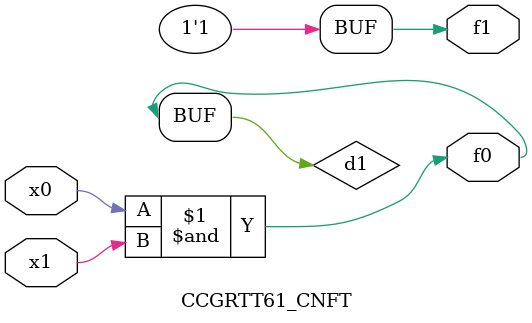
<source format=v>
module CCGRTT61_CNFT(
	input x0, x1,
	output f0, f1
);

	wire d1;

	assign f0 = d1;
	and (d1, x0, x1);
	assign f1 = 1'b1;
endmodule

</source>
